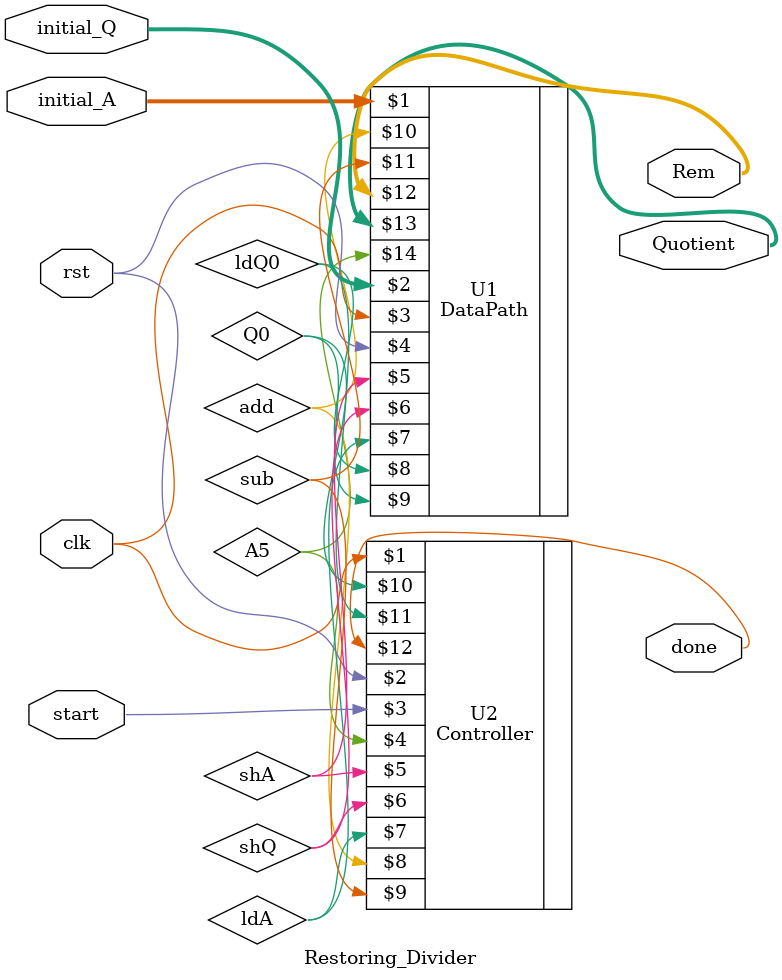
<source format=v>
`timescale 1ns/1ns
module Restoring_Divider(input clk,rst,start,input [11:0]initial_A,input [5:0]initial_Q,output [5:0]Rem,Quotient,output done);
  wire shA,shQ,ldA,ldQ0,Q0,add,sub,en,A5;
  DataPath U1(initial_A,initial_Q,clk,rst,shA,shQ,ldA,ldQ0,Q0,add,sub,Rem ,Quotient,A5);
  Controller U2(clk,rst,start,A5,shA,shQ,ldA,add,sub,Q0,ldQ0,done);
endmodule

</source>
